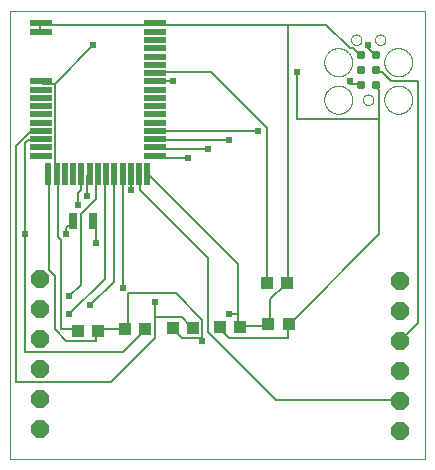
<source format=gtl>
G75*
%MOIN*%
%OFA0B0*%
%FSLAX25Y25*%
%IPPOS*%
%LPD*%
%AMOC8*
5,1,8,0,0,1.08239X$1,22.5*
%
%ADD10C,0.00000*%
%ADD11R,0.04331X0.03937*%
%ADD12OC8,0.06000*%
%ADD13R,0.03937X0.04331*%
%ADD14R,0.07283X0.01969*%
%ADD15R,0.01969X0.07283*%
%ADD16R,0.02756X0.05512*%
%ADD17C,0.03100*%
%ADD18C,0.00600*%
%ADD19C,0.02400*%
D10*
X0004867Y0001000D02*
X0004867Y0150331D01*
X0143095Y0150331D01*
X0143095Y0001000D01*
X0004867Y0001000D01*
X0109483Y0120685D02*
X0109485Y0120822D01*
X0109491Y0120958D01*
X0109501Y0121094D01*
X0109515Y0121230D01*
X0109533Y0121366D01*
X0109555Y0121501D01*
X0109580Y0121635D01*
X0109610Y0121768D01*
X0109644Y0121900D01*
X0109681Y0122032D01*
X0109722Y0122162D01*
X0109768Y0122291D01*
X0109816Y0122419D01*
X0109869Y0122545D01*
X0109925Y0122669D01*
X0109985Y0122792D01*
X0110048Y0122913D01*
X0110115Y0123032D01*
X0110185Y0123149D01*
X0110259Y0123265D01*
X0110336Y0123377D01*
X0110416Y0123488D01*
X0110500Y0123596D01*
X0110587Y0123702D01*
X0110676Y0123805D01*
X0110769Y0123905D01*
X0110864Y0124003D01*
X0110963Y0124098D01*
X0111064Y0124190D01*
X0111168Y0124278D01*
X0111274Y0124364D01*
X0111383Y0124447D01*
X0111494Y0124526D01*
X0111607Y0124603D01*
X0111723Y0124676D01*
X0111840Y0124745D01*
X0111960Y0124811D01*
X0112081Y0124873D01*
X0112205Y0124932D01*
X0112330Y0124988D01*
X0112456Y0125039D01*
X0112584Y0125087D01*
X0112713Y0125131D01*
X0112844Y0125172D01*
X0112976Y0125208D01*
X0113108Y0125241D01*
X0113242Y0125269D01*
X0113376Y0125294D01*
X0113511Y0125315D01*
X0113647Y0125332D01*
X0113783Y0125345D01*
X0113919Y0125354D01*
X0114056Y0125359D01*
X0114192Y0125360D01*
X0114329Y0125357D01*
X0114465Y0125350D01*
X0114601Y0125339D01*
X0114737Y0125324D01*
X0114872Y0125305D01*
X0115007Y0125282D01*
X0115141Y0125255D01*
X0115274Y0125225D01*
X0115406Y0125190D01*
X0115538Y0125152D01*
X0115667Y0125110D01*
X0115796Y0125064D01*
X0115923Y0125014D01*
X0116049Y0124960D01*
X0116173Y0124903D01*
X0116296Y0124843D01*
X0116416Y0124778D01*
X0116535Y0124711D01*
X0116651Y0124640D01*
X0116766Y0124565D01*
X0116878Y0124487D01*
X0116988Y0124406D01*
X0117096Y0124322D01*
X0117201Y0124234D01*
X0117303Y0124144D01*
X0117403Y0124051D01*
X0117500Y0123954D01*
X0117594Y0123855D01*
X0117685Y0123754D01*
X0117773Y0123649D01*
X0117858Y0123542D01*
X0117940Y0123433D01*
X0118019Y0123321D01*
X0118094Y0123207D01*
X0118166Y0123091D01*
X0118235Y0122973D01*
X0118300Y0122853D01*
X0118362Y0122731D01*
X0118420Y0122607D01*
X0118474Y0122482D01*
X0118525Y0122355D01*
X0118571Y0122227D01*
X0118615Y0122097D01*
X0118654Y0121966D01*
X0118690Y0121834D01*
X0118721Y0121701D01*
X0118749Y0121568D01*
X0118773Y0121433D01*
X0118793Y0121298D01*
X0118809Y0121162D01*
X0118821Y0121026D01*
X0118829Y0120890D01*
X0118833Y0120753D01*
X0118833Y0120617D01*
X0118829Y0120480D01*
X0118821Y0120344D01*
X0118809Y0120208D01*
X0118793Y0120072D01*
X0118773Y0119937D01*
X0118749Y0119802D01*
X0118721Y0119669D01*
X0118690Y0119536D01*
X0118654Y0119404D01*
X0118615Y0119273D01*
X0118571Y0119143D01*
X0118525Y0119015D01*
X0118474Y0118888D01*
X0118420Y0118763D01*
X0118362Y0118639D01*
X0118300Y0118517D01*
X0118235Y0118397D01*
X0118166Y0118279D01*
X0118094Y0118163D01*
X0118019Y0118049D01*
X0117940Y0117937D01*
X0117858Y0117828D01*
X0117773Y0117721D01*
X0117685Y0117616D01*
X0117594Y0117515D01*
X0117500Y0117416D01*
X0117403Y0117319D01*
X0117303Y0117226D01*
X0117201Y0117136D01*
X0117096Y0117048D01*
X0116988Y0116964D01*
X0116878Y0116883D01*
X0116766Y0116805D01*
X0116651Y0116730D01*
X0116535Y0116659D01*
X0116416Y0116592D01*
X0116296Y0116527D01*
X0116173Y0116467D01*
X0116049Y0116410D01*
X0115923Y0116356D01*
X0115796Y0116306D01*
X0115667Y0116260D01*
X0115538Y0116218D01*
X0115406Y0116180D01*
X0115274Y0116145D01*
X0115141Y0116115D01*
X0115007Y0116088D01*
X0114872Y0116065D01*
X0114737Y0116046D01*
X0114601Y0116031D01*
X0114465Y0116020D01*
X0114329Y0116013D01*
X0114192Y0116010D01*
X0114056Y0116011D01*
X0113919Y0116016D01*
X0113783Y0116025D01*
X0113647Y0116038D01*
X0113511Y0116055D01*
X0113376Y0116076D01*
X0113242Y0116101D01*
X0113108Y0116129D01*
X0112976Y0116162D01*
X0112844Y0116198D01*
X0112713Y0116239D01*
X0112584Y0116283D01*
X0112456Y0116331D01*
X0112330Y0116382D01*
X0112205Y0116438D01*
X0112081Y0116497D01*
X0111960Y0116559D01*
X0111840Y0116625D01*
X0111723Y0116694D01*
X0111607Y0116767D01*
X0111494Y0116844D01*
X0111383Y0116923D01*
X0111274Y0117006D01*
X0111168Y0117092D01*
X0111064Y0117180D01*
X0110963Y0117272D01*
X0110864Y0117367D01*
X0110769Y0117465D01*
X0110676Y0117565D01*
X0110587Y0117668D01*
X0110500Y0117774D01*
X0110416Y0117882D01*
X0110336Y0117993D01*
X0110259Y0118105D01*
X0110185Y0118221D01*
X0110115Y0118338D01*
X0110048Y0118457D01*
X0109985Y0118578D01*
X0109925Y0118701D01*
X0109869Y0118825D01*
X0109816Y0118951D01*
X0109768Y0119079D01*
X0109722Y0119208D01*
X0109681Y0119338D01*
X0109644Y0119470D01*
X0109610Y0119602D01*
X0109580Y0119735D01*
X0109555Y0119869D01*
X0109533Y0120004D01*
X0109515Y0120140D01*
X0109501Y0120276D01*
X0109491Y0120412D01*
X0109485Y0120548D01*
X0109483Y0120685D01*
X0109483Y0133185D02*
X0109485Y0133322D01*
X0109491Y0133458D01*
X0109501Y0133594D01*
X0109515Y0133730D01*
X0109533Y0133866D01*
X0109555Y0134001D01*
X0109580Y0134135D01*
X0109610Y0134268D01*
X0109644Y0134400D01*
X0109681Y0134532D01*
X0109722Y0134662D01*
X0109768Y0134791D01*
X0109816Y0134919D01*
X0109869Y0135045D01*
X0109925Y0135169D01*
X0109985Y0135292D01*
X0110048Y0135413D01*
X0110115Y0135532D01*
X0110185Y0135649D01*
X0110259Y0135765D01*
X0110336Y0135877D01*
X0110416Y0135988D01*
X0110500Y0136096D01*
X0110587Y0136202D01*
X0110676Y0136305D01*
X0110769Y0136405D01*
X0110864Y0136503D01*
X0110963Y0136598D01*
X0111064Y0136690D01*
X0111168Y0136778D01*
X0111274Y0136864D01*
X0111383Y0136947D01*
X0111494Y0137026D01*
X0111607Y0137103D01*
X0111723Y0137176D01*
X0111840Y0137245D01*
X0111960Y0137311D01*
X0112081Y0137373D01*
X0112205Y0137432D01*
X0112330Y0137488D01*
X0112456Y0137539D01*
X0112584Y0137587D01*
X0112713Y0137631D01*
X0112844Y0137672D01*
X0112976Y0137708D01*
X0113108Y0137741D01*
X0113242Y0137769D01*
X0113376Y0137794D01*
X0113511Y0137815D01*
X0113647Y0137832D01*
X0113783Y0137845D01*
X0113919Y0137854D01*
X0114056Y0137859D01*
X0114192Y0137860D01*
X0114329Y0137857D01*
X0114465Y0137850D01*
X0114601Y0137839D01*
X0114737Y0137824D01*
X0114872Y0137805D01*
X0115007Y0137782D01*
X0115141Y0137755D01*
X0115274Y0137725D01*
X0115406Y0137690D01*
X0115538Y0137652D01*
X0115667Y0137610D01*
X0115796Y0137564D01*
X0115923Y0137514D01*
X0116049Y0137460D01*
X0116173Y0137403D01*
X0116296Y0137343D01*
X0116416Y0137278D01*
X0116535Y0137211D01*
X0116651Y0137140D01*
X0116766Y0137065D01*
X0116878Y0136987D01*
X0116988Y0136906D01*
X0117096Y0136822D01*
X0117201Y0136734D01*
X0117303Y0136644D01*
X0117403Y0136551D01*
X0117500Y0136454D01*
X0117594Y0136355D01*
X0117685Y0136254D01*
X0117773Y0136149D01*
X0117858Y0136042D01*
X0117940Y0135933D01*
X0118019Y0135821D01*
X0118094Y0135707D01*
X0118166Y0135591D01*
X0118235Y0135473D01*
X0118300Y0135353D01*
X0118362Y0135231D01*
X0118420Y0135107D01*
X0118474Y0134982D01*
X0118525Y0134855D01*
X0118571Y0134727D01*
X0118615Y0134597D01*
X0118654Y0134466D01*
X0118690Y0134334D01*
X0118721Y0134201D01*
X0118749Y0134068D01*
X0118773Y0133933D01*
X0118793Y0133798D01*
X0118809Y0133662D01*
X0118821Y0133526D01*
X0118829Y0133390D01*
X0118833Y0133253D01*
X0118833Y0133117D01*
X0118829Y0132980D01*
X0118821Y0132844D01*
X0118809Y0132708D01*
X0118793Y0132572D01*
X0118773Y0132437D01*
X0118749Y0132302D01*
X0118721Y0132169D01*
X0118690Y0132036D01*
X0118654Y0131904D01*
X0118615Y0131773D01*
X0118571Y0131643D01*
X0118525Y0131515D01*
X0118474Y0131388D01*
X0118420Y0131263D01*
X0118362Y0131139D01*
X0118300Y0131017D01*
X0118235Y0130897D01*
X0118166Y0130779D01*
X0118094Y0130663D01*
X0118019Y0130549D01*
X0117940Y0130437D01*
X0117858Y0130328D01*
X0117773Y0130221D01*
X0117685Y0130116D01*
X0117594Y0130015D01*
X0117500Y0129916D01*
X0117403Y0129819D01*
X0117303Y0129726D01*
X0117201Y0129636D01*
X0117096Y0129548D01*
X0116988Y0129464D01*
X0116878Y0129383D01*
X0116766Y0129305D01*
X0116651Y0129230D01*
X0116535Y0129159D01*
X0116416Y0129092D01*
X0116296Y0129027D01*
X0116173Y0128967D01*
X0116049Y0128910D01*
X0115923Y0128856D01*
X0115796Y0128806D01*
X0115667Y0128760D01*
X0115538Y0128718D01*
X0115406Y0128680D01*
X0115274Y0128645D01*
X0115141Y0128615D01*
X0115007Y0128588D01*
X0114872Y0128565D01*
X0114737Y0128546D01*
X0114601Y0128531D01*
X0114465Y0128520D01*
X0114329Y0128513D01*
X0114192Y0128510D01*
X0114056Y0128511D01*
X0113919Y0128516D01*
X0113783Y0128525D01*
X0113647Y0128538D01*
X0113511Y0128555D01*
X0113376Y0128576D01*
X0113242Y0128601D01*
X0113108Y0128629D01*
X0112976Y0128662D01*
X0112844Y0128698D01*
X0112713Y0128739D01*
X0112584Y0128783D01*
X0112456Y0128831D01*
X0112330Y0128882D01*
X0112205Y0128938D01*
X0112081Y0128997D01*
X0111960Y0129059D01*
X0111840Y0129125D01*
X0111723Y0129194D01*
X0111607Y0129267D01*
X0111494Y0129344D01*
X0111383Y0129423D01*
X0111274Y0129506D01*
X0111168Y0129592D01*
X0111064Y0129680D01*
X0110963Y0129772D01*
X0110864Y0129867D01*
X0110769Y0129965D01*
X0110676Y0130065D01*
X0110587Y0130168D01*
X0110500Y0130274D01*
X0110416Y0130382D01*
X0110336Y0130493D01*
X0110259Y0130605D01*
X0110185Y0130721D01*
X0110115Y0130838D01*
X0110048Y0130957D01*
X0109985Y0131078D01*
X0109925Y0131201D01*
X0109869Y0131325D01*
X0109816Y0131451D01*
X0109768Y0131579D01*
X0109722Y0131708D01*
X0109681Y0131838D01*
X0109644Y0131970D01*
X0109610Y0132102D01*
X0109580Y0132235D01*
X0109555Y0132369D01*
X0109533Y0132504D01*
X0109515Y0132640D01*
X0109501Y0132776D01*
X0109491Y0132912D01*
X0109485Y0133048D01*
X0109483Y0133185D01*
X0118408Y0140685D02*
X0118410Y0140768D01*
X0118416Y0140851D01*
X0118426Y0140934D01*
X0118440Y0141016D01*
X0118457Y0141098D01*
X0118479Y0141178D01*
X0118504Y0141257D01*
X0118533Y0141335D01*
X0118566Y0141412D01*
X0118603Y0141487D01*
X0118642Y0141560D01*
X0118686Y0141631D01*
X0118732Y0141700D01*
X0118782Y0141767D01*
X0118835Y0141831D01*
X0118891Y0141893D01*
X0118950Y0141952D01*
X0119012Y0142008D01*
X0119076Y0142061D01*
X0119143Y0142111D01*
X0119212Y0142157D01*
X0119283Y0142201D01*
X0119356Y0142240D01*
X0119431Y0142277D01*
X0119508Y0142310D01*
X0119586Y0142339D01*
X0119665Y0142364D01*
X0119745Y0142386D01*
X0119827Y0142403D01*
X0119909Y0142417D01*
X0119992Y0142427D01*
X0120075Y0142433D01*
X0120158Y0142435D01*
X0120241Y0142433D01*
X0120324Y0142427D01*
X0120407Y0142417D01*
X0120489Y0142403D01*
X0120571Y0142386D01*
X0120651Y0142364D01*
X0120730Y0142339D01*
X0120808Y0142310D01*
X0120885Y0142277D01*
X0120960Y0142240D01*
X0121033Y0142201D01*
X0121104Y0142157D01*
X0121173Y0142111D01*
X0121240Y0142061D01*
X0121304Y0142008D01*
X0121366Y0141952D01*
X0121425Y0141893D01*
X0121481Y0141831D01*
X0121534Y0141767D01*
X0121584Y0141700D01*
X0121630Y0141631D01*
X0121674Y0141560D01*
X0121713Y0141487D01*
X0121750Y0141412D01*
X0121783Y0141335D01*
X0121812Y0141257D01*
X0121837Y0141178D01*
X0121859Y0141098D01*
X0121876Y0141016D01*
X0121890Y0140934D01*
X0121900Y0140851D01*
X0121906Y0140768D01*
X0121908Y0140685D01*
X0121906Y0140602D01*
X0121900Y0140519D01*
X0121890Y0140436D01*
X0121876Y0140354D01*
X0121859Y0140272D01*
X0121837Y0140192D01*
X0121812Y0140113D01*
X0121783Y0140035D01*
X0121750Y0139958D01*
X0121713Y0139883D01*
X0121674Y0139810D01*
X0121630Y0139739D01*
X0121584Y0139670D01*
X0121534Y0139603D01*
X0121481Y0139539D01*
X0121425Y0139477D01*
X0121366Y0139418D01*
X0121304Y0139362D01*
X0121240Y0139309D01*
X0121173Y0139259D01*
X0121104Y0139213D01*
X0121033Y0139169D01*
X0120960Y0139130D01*
X0120885Y0139093D01*
X0120808Y0139060D01*
X0120730Y0139031D01*
X0120651Y0139006D01*
X0120571Y0138984D01*
X0120489Y0138967D01*
X0120407Y0138953D01*
X0120324Y0138943D01*
X0120241Y0138937D01*
X0120158Y0138935D01*
X0120075Y0138937D01*
X0119992Y0138943D01*
X0119909Y0138953D01*
X0119827Y0138967D01*
X0119745Y0138984D01*
X0119665Y0139006D01*
X0119586Y0139031D01*
X0119508Y0139060D01*
X0119431Y0139093D01*
X0119356Y0139130D01*
X0119283Y0139169D01*
X0119212Y0139213D01*
X0119143Y0139259D01*
X0119076Y0139309D01*
X0119012Y0139362D01*
X0118950Y0139418D01*
X0118891Y0139477D01*
X0118835Y0139539D01*
X0118782Y0139603D01*
X0118732Y0139670D01*
X0118686Y0139739D01*
X0118642Y0139810D01*
X0118603Y0139883D01*
X0118566Y0139958D01*
X0118533Y0140035D01*
X0118504Y0140113D01*
X0118479Y0140192D01*
X0118457Y0140272D01*
X0118440Y0140354D01*
X0118426Y0140436D01*
X0118416Y0140519D01*
X0118410Y0140602D01*
X0118408Y0140685D01*
X0126408Y0140685D02*
X0126410Y0140768D01*
X0126416Y0140851D01*
X0126426Y0140934D01*
X0126440Y0141016D01*
X0126457Y0141098D01*
X0126479Y0141178D01*
X0126504Y0141257D01*
X0126533Y0141335D01*
X0126566Y0141412D01*
X0126603Y0141487D01*
X0126642Y0141560D01*
X0126686Y0141631D01*
X0126732Y0141700D01*
X0126782Y0141767D01*
X0126835Y0141831D01*
X0126891Y0141893D01*
X0126950Y0141952D01*
X0127012Y0142008D01*
X0127076Y0142061D01*
X0127143Y0142111D01*
X0127212Y0142157D01*
X0127283Y0142201D01*
X0127356Y0142240D01*
X0127431Y0142277D01*
X0127508Y0142310D01*
X0127586Y0142339D01*
X0127665Y0142364D01*
X0127745Y0142386D01*
X0127827Y0142403D01*
X0127909Y0142417D01*
X0127992Y0142427D01*
X0128075Y0142433D01*
X0128158Y0142435D01*
X0128241Y0142433D01*
X0128324Y0142427D01*
X0128407Y0142417D01*
X0128489Y0142403D01*
X0128571Y0142386D01*
X0128651Y0142364D01*
X0128730Y0142339D01*
X0128808Y0142310D01*
X0128885Y0142277D01*
X0128960Y0142240D01*
X0129033Y0142201D01*
X0129104Y0142157D01*
X0129173Y0142111D01*
X0129240Y0142061D01*
X0129304Y0142008D01*
X0129366Y0141952D01*
X0129425Y0141893D01*
X0129481Y0141831D01*
X0129534Y0141767D01*
X0129584Y0141700D01*
X0129630Y0141631D01*
X0129674Y0141560D01*
X0129713Y0141487D01*
X0129750Y0141412D01*
X0129783Y0141335D01*
X0129812Y0141257D01*
X0129837Y0141178D01*
X0129859Y0141098D01*
X0129876Y0141016D01*
X0129890Y0140934D01*
X0129900Y0140851D01*
X0129906Y0140768D01*
X0129908Y0140685D01*
X0129906Y0140602D01*
X0129900Y0140519D01*
X0129890Y0140436D01*
X0129876Y0140354D01*
X0129859Y0140272D01*
X0129837Y0140192D01*
X0129812Y0140113D01*
X0129783Y0140035D01*
X0129750Y0139958D01*
X0129713Y0139883D01*
X0129674Y0139810D01*
X0129630Y0139739D01*
X0129584Y0139670D01*
X0129534Y0139603D01*
X0129481Y0139539D01*
X0129425Y0139477D01*
X0129366Y0139418D01*
X0129304Y0139362D01*
X0129240Y0139309D01*
X0129173Y0139259D01*
X0129104Y0139213D01*
X0129033Y0139169D01*
X0128960Y0139130D01*
X0128885Y0139093D01*
X0128808Y0139060D01*
X0128730Y0139031D01*
X0128651Y0139006D01*
X0128571Y0138984D01*
X0128489Y0138967D01*
X0128407Y0138953D01*
X0128324Y0138943D01*
X0128241Y0138937D01*
X0128158Y0138935D01*
X0128075Y0138937D01*
X0127992Y0138943D01*
X0127909Y0138953D01*
X0127827Y0138967D01*
X0127745Y0138984D01*
X0127665Y0139006D01*
X0127586Y0139031D01*
X0127508Y0139060D01*
X0127431Y0139093D01*
X0127356Y0139130D01*
X0127283Y0139169D01*
X0127212Y0139213D01*
X0127143Y0139259D01*
X0127076Y0139309D01*
X0127012Y0139362D01*
X0126950Y0139418D01*
X0126891Y0139477D01*
X0126835Y0139539D01*
X0126782Y0139603D01*
X0126732Y0139670D01*
X0126686Y0139739D01*
X0126642Y0139810D01*
X0126603Y0139883D01*
X0126566Y0139958D01*
X0126533Y0140035D01*
X0126504Y0140113D01*
X0126479Y0140192D01*
X0126457Y0140272D01*
X0126440Y0140354D01*
X0126426Y0140436D01*
X0126416Y0140519D01*
X0126410Y0140602D01*
X0126408Y0140685D01*
X0129483Y0133185D02*
X0129485Y0133322D01*
X0129491Y0133458D01*
X0129501Y0133594D01*
X0129515Y0133730D01*
X0129533Y0133866D01*
X0129555Y0134001D01*
X0129580Y0134135D01*
X0129610Y0134268D01*
X0129644Y0134400D01*
X0129681Y0134532D01*
X0129722Y0134662D01*
X0129768Y0134791D01*
X0129816Y0134919D01*
X0129869Y0135045D01*
X0129925Y0135169D01*
X0129985Y0135292D01*
X0130048Y0135413D01*
X0130115Y0135532D01*
X0130185Y0135649D01*
X0130259Y0135765D01*
X0130336Y0135877D01*
X0130416Y0135988D01*
X0130500Y0136096D01*
X0130587Y0136202D01*
X0130676Y0136305D01*
X0130769Y0136405D01*
X0130864Y0136503D01*
X0130963Y0136598D01*
X0131064Y0136690D01*
X0131168Y0136778D01*
X0131274Y0136864D01*
X0131383Y0136947D01*
X0131494Y0137026D01*
X0131607Y0137103D01*
X0131723Y0137176D01*
X0131840Y0137245D01*
X0131960Y0137311D01*
X0132081Y0137373D01*
X0132205Y0137432D01*
X0132330Y0137488D01*
X0132456Y0137539D01*
X0132584Y0137587D01*
X0132713Y0137631D01*
X0132844Y0137672D01*
X0132976Y0137708D01*
X0133108Y0137741D01*
X0133242Y0137769D01*
X0133376Y0137794D01*
X0133511Y0137815D01*
X0133647Y0137832D01*
X0133783Y0137845D01*
X0133919Y0137854D01*
X0134056Y0137859D01*
X0134192Y0137860D01*
X0134329Y0137857D01*
X0134465Y0137850D01*
X0134601Y0137839D01*
X0134737Y0137824D01*
X0134872Y0137805D01*
X0135007Y0137782D01*
X0135141Y0137755D01*
X0135274Y0137725D01*
X0135406Y0137690D01*
X0135538Y0137652D01*
X0135667Y0137610D01*
X0135796Y0137564D01*
X0135923Y0137514D01*
X0136049Y0137460D01*
X0136173Y0137403D01*
X0136296Y0137343D01*
X0136416Y0137278D01*
X0136535Y0137211D01*
X0136651Y0137140D01*
X0136766Y0137065D01*
X0136878Y0136987D01*
X0136988Y0136906D01*
X0137096Y0136822D01*
X0137201Y0136734D01*
X0137303Y0136644D01*
X0137403Y0136551D01*
X0137500Y0136454D01*
X0137594Y0136355D01*
X0137685Y0136254D01*
X0137773Y0136149D01*
X0137858Y0136042D01*
X0137940Y0135933D01*
X0138019Y0135821D01*
X0138094Y0135707D01*
X0138166Y0135591D01*
X0138235Y0135473D01*
X0138300Y0135353D01*
X0138362Y0135231D01*
X0138420Y0135107D01*
X0138474Y0134982D01*
X0138525Y0134855D01*
X0138571Y0134727D01*
X0138615Y0134597D01*
X0138654Y0134466D01*
X0138690Y0134334D01*
X0138721Y0134201D01*
X0138749Y0134068D01*
X0138773Y0133933D01*
X0138793Y0133798D01*
X0138809Y0133662D01*
X0138821Y0133526D01*
X0138829Y0133390D01*
X0138833Y0133253D01*
X0138833Y0133117D01*
X0138829Y0132980D01*
X0138821Y0132844D01*
X0138809Y0132708D01*
X0138793Y0132572D01*
X0138773Y0132437D01*
X0138749Y0132302D01*
X0138721Y0132169D01*
X0138690Y0132036D01*
X0138654Y0131904D01*
X0138615Y0131773D01*
X0138571Y0131643D01*
X0138525Y0131515D01*
X0138474Y0131388D01*
X0138420Y0131263D01*
X0138362Y0131139D01*
X0138300Y0131017D01*
X0138235Y0130897D01*
X0138166Y0130779D01*
X0138094Y0130663D01*
X0138019Y0130549D01*
X0137940Y0130437D01*
X0137858Y0130328D01*
X0137773Y0130221D01*
X0137685Y0130116D01*
X0137594Y0130015D01*
X0137500Y0129916D01*
X0137403Y0129819D01*
X0137303Y0129726D01*
X0137201Y0129636D01*
X0137096Y0129548D01*
X0136988Y0129464D01*
X0136878Y0129383D01*
X0136766Y0129305D01*
X0136651Y0129230D01*
X0136535Y0129159D01*
X0136416Y0129092D01*
X0136296Y0129027D01*
X0136173Y0128967D01*
X0136049Y0128910D01*
X0135923Y0128856D01*
X0135796Y0128806D01*
X0135667Y0128760D01*
X0135538Y0128718D01*
X0135406Y0128680D01*
X0135274Y0128645D01*
X0135141Y0128615D01*
X0135007Y0128588D01*
X0134872Y0128565D01*
X0134737Y0128546D01*
X0134601Y0128531D01*
X0134465Y0128520D01*
X0134329Y0128513D01*
X0134192Y0128510D01*
X0134056Y0128511D01*
X0133919Y0128516D01*
X0133783Y0128525D01*
X0133647Y0128538D01*
X0133511Y0128555D01*
X0133376Y0128576D01*
X0133242Y0128601D01*
X0133108Y0128629D01*
X0132976Y0128662D01*
X0132844Y0128698D01*
X0132713Y0128739D01*
X0132584Y0128783D01*
X0132456Y0128831D01*
X0132330Y0128882D01*
X0132205Y0128938D01*
X0132081Y0128997D01*
X0131960Y0129059D01*
X0131840Y0129125D01*
X0131723Y0129194D01*
X0131607Y0129267D01*
X0131494Y0129344D01*
X0131383Y0129423D01*
X0131274Y0129506D01*
X0131168Y0129592D01*
X0131064Y0129680D01*
X0130963Y0129772D01*
X0130864Y0129867D01*
X0130769Y0129965D01*
X0130676Y0130065D01*
X0130587Y0130168D01*
X0130500Y0130274D01*
X0130416Y0130382D01*
X0130336Y0130493D01*
X0130259Y0130605D01*
X0130185Y0130721D01*
X0130115Y0130838D01*
X0130048Y0130957D01*
X0129985Y0131078D01*
X0129925Y0131201D01*
X0129869Y0131325D01*
X0129816Y0131451D01*
X0129768Y0131579D01*
X0129722Y0131708D01*
X0129681Y0131838D01*
X0129644Y0131970D01*
X0129610Y0132102D01*
X0129580Y0132235D01*
X0129555Y0132369D01*
X0129533Y0132504D01*
X0129515Y0132640D01*
X0129501Y0132776D01*
X0129491Y0132912D01*
X0129485Y0133048D01*
X0129483Y0133185D01*
X0129483Y0120685D02*
X0129485Y0120822D01*
X0129491Y0120958D01*
X0129501Y0121094D01*
X0129515Y0121230D01*
X0129533Y0121366D01*
X0129555Y0121501D01*
X0129580Y0121635D01*
X0129610Y0121768D01*
X0129644Y0121900D01*
X0129681Y0122032D01*
X0129722Y0122162D01*
X0129768Y0122291D01*
X0129816Y0122419D01*
X0129869Y0122545D01*
X0129925Y0122669D01*
X0129985Y0122792D01*
X0130048Y0122913D01*
X0130115Y0123032D01*
X0130185Y0123149D01*
X0130259Y0123265D01*
X0130336Y0123377D01*
X0130416Y0123488D01*
X0130500Y0123596D01*
X0130587Y0123702D01*
X0130676Y0123805D01*
X0130769Y0123905D01*
X0130864Y0124003D01*
X0130963Y0124098D01*
X0131064Y0124190D01*
X0131168Y0124278D01*
X0131274Y0124364D01*
X0131383Y0124447D01*
X0131494Y0124526D01*
X0131607Y0124603D01*
X0131723Y0124676D01*
X0131840Y0124745D01*
X0131960Y0124811D01*
X0132081Y0124873D01*
X0132205Y0124932D01*
X0132330Y0124988D01*
X0132456Y0125039D01*
X0132584Y0125087D01*
X0132713Y0125131D01*
X0132844Y0125172D01*
X0132976Y0125208D01*
X0133108Y0125241D01*
X0133242Y0125269D01*
X0133376Y0125294D01*
X0133511Y0125315D01*
X0133647Y0125332D01*
X0133783Y0125345D01*
X0133919Y0125354D01*
X0134056Y0125359D01*
X0134192Y0125360D01*
X0134329Y0125357D01*
X0134465Y0125350D01*
X0134601Y0125339D01*
X0134737Y0125324D01*
X0134872Y0125305D01*
X0135007Y0125282D01*
X0135141Y0125255D01*
X0135274Y0125225D01*
X0135406Y0125190D01*
X0135538Y0125152D01*
X0135667Y0125110D01*
X0135796Y0125064D01*
X0135923Y0125014D01*
X0136049Y0124960D01*
X0136173Y0124903D01*
X0136296Y0124843D01*
X0136416Y0124778D01*
X0136535Y0124711D01*
X0136651Y0124640D01*
X0136766Y0124565D01*
X0136878Y0124487D01*
X0136988Y0124406D01*
X0137096Y0124322D01*
X0137201Y0124234D01*
X0137303Y0124144D01*
X0137403Y0124051D01*
X0137500Y0123954D01*
X0137594Y0123855D01*
X0137685Y0123754D01*
X0137773Y0123649D01*
X0137858Y0123542D01*
X0137940Y0123433D01*
X0138019Y0123321D01*
X0138094Y0123207D01*
X0138166Y0123091D01*
X0138235Y0122973D01*
X0138300Y0122853D01*
X0138362Y0122731D01*
X0138420Y0122607D01*
X0138474Y0122482D01*
X0138525Y0122355D01*
X0138571Y0122227D01*
X0138615Y0122097D01*
X0138654Y0121966D01*
X0138690Y0121834D01*
X0138721Y0121701D01*
X0138749Y0121568D01*
X0138773Y0121433D01*
X0138793Y0121298D01*
X0138809Y0121162D01*
X0138821Y0121026D01*
X0138829Y0120890D01*
X0138833Y0120753D01*
X0138833Y0120617D01*
X0138829Y0120480D01*
X0138821Y0120344D01*
X0138809Y0120208D01*
X0138793Y0120072D01*
X0138773Y0119937D01*
X0138749Y0119802D01*
X0138721Y0119669D01*
X0138690Y0119536D01*
X0138654Y0119404D01*
X0138615Y0119273D01*
X0138571Y0119143D01*
X0138525Y0119015D01*
X0138474Y0118888D01*
X0138420Y0118763D01*
X0138362Y0118639D01*
X0138300Y0118517D01*
X0138235Y0118397D01*
X0138166Y0118279D01*
X0138094Y0118163D01*
X0138019Y0118049D01*
X0137940Y0117937D01*
X0137858Y0117828D01*
X0137773Y0117721D01*
X0137685Y0117616D01*
X0137594Y0117515D01*
X0137500Y0117416D01*
X0137403Y0117319D01*
X0137303Y0117226D01*
X0137201Y0117136D01*
X0137096Y0117048D01*
X0136988Y0116964D01*
X0136878Y0116883D01*
X0136766Y0116805D01*
X0136651Y0116730D01*
X0136535Y0116659D01*
X0136416Y0116592D01*
X0136296Y0116527D01*
X0136173Y0116467D01*
X0136049Y0116410D01*
X0135923Y0116356D01*
X0135796Y0116306D01*
X0135667Y0116260D01*
X0135538Y0116218D01*
X0135406Y0116180D01*
X0135274Y0116145D01*
X0135141Y0116115D01*
X0135007Y0116088D01*
X0134872Y0116065D01*
X0134737Y0116046D01*
X0134601Y0116031D01*
X0134465Y0116020D01*
X0134329Y0116013D01*
X0134192Y0116010D01*
X0134056Y0116011D01*
X0133919Y0116016D01*
X0133783Y0116025D01*
X0133647Y0116038D01*
X0133511Y0116055D01*
X0133376Y0116076D01*
X0133242Y0116101D01*
X0133108Y0116129D01*
X0132976Y0116162D01*
X0132844Y0116198D01*
X0132713Y0116239D01*
X0132584Y0116283D01*
X0132456Y0116331D01*
X0132330Y0116382D01*
X0132205Y0116438D01*
X0132081Y0116497D01*
X0131960Y0116559D01*
X0131840Y0116625D01*
X0131723Y0116694D01*
X0131607Y0116767D01*
X0131494Y0116844D01*
X0131383Y0116923D01*
X0131274Y0117006D01*
X0131168Y0117092D01*
X0131064Y0117180D01*
X0130963Y0117272D01*
X0130864Y0117367D01*
X0130769Y0117465D01*
X0130676Y0117565D01*
X0130587Y0117668D01*
X0130500Y0117774D01*
X0130416Y0117882D01*
X0130336Y0117993D01*
X0130259Y0118105D01*
X0130185Y0118221D01*
X0130115Y0118338D01*
X0130048Y0118457D01*
X0129985Y0118578D01*
X0129925Y0118701D01*
X0129869Y0118825D01*
X0129816Y0118951D01*
X0129768Y0119079D01*
X0129722Y0119208D01*
X0129681Y0119338D01*
X0129644Y0119470D01*
X0129610Y0119602D01*
X0129580Y0119735D01*
X0129555Y0119869D01*
X0129533Y0120004D01*
X0129515Y0120140D01*
X0129501Y0120276D01*
X0129491Y0120412D01*
X0129485Y0120548D01*
X0129483Y0120685D01*
X0122408Y0120685D02*
X0122410Y0120768D01*
X0122416Y0120851D01*
X0122426Y0120934D01*
X0122440Y0121016D01*
X0122457Y0121098D01*
X0122479Y0121178D01*
X0122504Y0121257D01*
X0122533Y0121335D01*
X0122566Y0121412D01*
X0122603Y0121487D01*
X0122642Y0121560D01*
X0122686Y0121631D01*
X0122732Y0121700D01*
X0122782Y0121767D01*
X0122835Y0121831D01*
X0122891Y0121893D01*
X0122950Y0121952D01*
X0123012Y0122008D01*
X0123076Y0122061D01*
X0123143Y0122111D01*
X0123212Y0122157D01*
X0123283Y0122201D01*
X0123356Y0122240D01*
X0123431Y0122277D01*
X0123508Y0122310D01*
X0123586Y0122339D01*
X0123665Y0122364D01*
X0123745Y0122386D01*
X0123827Y0122403D01*
X0123909Y0122417D01*
X0123992Y0122427D01*
X0124075Y0122433D01*
X0124158Y0122435D01*
X0124241Y0122433D01*
X0124324Y0122427D01*
X0124407Y0122417D01*
X0124489Y0122403D01*
X0124571Y0122386D01*
X0124651Y0122364D01*
X0124730Y0122339D01*
X0124808Y0122310D01*
X0124885Y0122277D01*
X0124960Y0122240D01*
X0125033Y0122201D01*
X0125104Y0122157D01*
X0125173Y0122111D01*
X0125240Y0122061D01*
X0125304Y0122008D01*
X0125366Y0121952D01*
X0125425Y0121893D01*
X0125481Y0121831D01*
X0125534Y0121767D01*
X0125584Y0121700D01*
X0125630Y0121631D01*
X0125674Y0121560D01*
X0125713Y0121487D01*
X0125750Y0121412D01*
X0125783Y0121335D01*
X0125812Y0121257D01*
X0125837Y0121178D01*
X0125859Y0121098D01*
X0125876Y0121016D01*
X0125890Y0120934D01*
X0125900Y0120851D01*
X0125906Y0120768D01*
X0125908Y0120685D01*
X0125906Y0120602D01*
X0125900Y0120519D01*
X0125890Y0120436D01*
X0125876Y0120354D01*
X0125859Y0120272D01*
X0125837Y0120192D01*
X0125812Y0120113D01*
X0125783Y0120035D01*
X0125750Y0119958D01*
X0125713Y0119883D01*
X0125674Y0119810D01*
X0125630Y0119739D01*
X0125584Y0119670D01*
X0125534Y0119603D01*
X0125481Y0119539D01*
X0125425Y0119477D01*
X0125366Y0119418D01*
X0125304Y0119362D01*
X0125240Y0119309D01*
X0125173Y0119259D01*
X0125104Y0119213D01*
X0125033Y0119169D01*
X0124960Y0119130D01*
X0124885Y0119093D01*
X0124808Y0119060D01*
X0124730Y0119031D01*
X0124651Y0119006D01*
X0124571Y0118984D01*
X0124489Y0118967D01*
X0124407Y0118953D01*
X0124324Y0118943D01*
X0124241Y0118937D01*
X0124158Y0118935D01*
X0124075Y0118937D01*
X0123992Y0118943D01*
X0123909Y0118953D01*
X0123827Y0118967D01*
X0123745Y0118984D01*
X0123665Y0119006D01*
X0123586Y0119031D01*
X0123508Y0119060D01*
X0123431Y0119093D01*
X0123356Y0119130D01*
X0123283Y0119169D01*
X0123212Y0119213D01*
X0123143Y0119259D01*
X0123076Y0119309D01*
X0123012Y0119362D01*
X0122950Y0119418D01*
X0122891Y0119477D01*
X0122835Y0119539D01*
X0122782Y0119603D01*
X0122732Y0119670D01*
X0122686Y0119739D01*
X0122642Y0119810D01*
X0122603Y0119883D01*
X0122566Y0119958D01*
X0122533Y0120035D01*
X0122504Y0120113D01*
X0122479Y0120192D01*
X0122457Y0120272D01*
X0122440Y0120354D01*
X0122426Y0120436D01*
X0122416Y0120519D01*
X0122410Y0120602D01*
X0122408Y0120685D01*
D11*
X0097583Y0045882D03*
X0090890Y0045882D03*
X0081402Y0044937D03*
X0074709Y0044937D03*
X0065654Y0044504D03*
X0058961Y0044504D03*
X0049906Y0044189D03*
X0043213Y0044189D03*
X0034158Y0043559D03*
X0027465Y0043559D03*
D12*
X0014867Y0041000D03*
X0014867Y0031000D03*
X0014867Y0021000D03*
X0014867Y0011000D03*
X0014867Y0051000D03*
X0014867Y0061000D03*
X0134788Y0060213D03*
X0134788Y0050213D03*
X0134788Y0040213D03*
X0134788Y0030213D03*
X0134788Y0020213D03*
X0134788Y0010213D03*
D13*
X0097150Y0059622D03*
X0090457Y0059622D03*
D14*
X0053174Y0102024D03*
X0053174Y0104780D03*
X0053174Y0107535D03*
X0053174Y0110291D03*
X0053174Y0113047D03*
X0053174Y0115803D03*
X0053174Y0118559D03*
X0053174Y0121315D03*
X0053174Y0124071D03*
X0053174Y0126827D03*
X0053174Y0129583D03*
X0053174Y0132339D03*
X0053174Y0135094D03*
X0053174Y0137850D03*
X0053174Y0140606D03*
X0053174Y0143362D03*
X0053174Y0146118D03*
X0014985Y0146118D03*
X0014985Y0143362D03*
X0014985Y0126827D03*
X0014985Y0124071D03*
X0014985Y0121315D03*
X0014985Y0118559D03*
X0014985Y0115803D03*
X0014985Y0113047D03*
X0014985Y0110291D03*
X0014985Y0107535D03*
X0014985Y0104780D03*
X0014985Y0102024D03*
D15*
X0017504Y0096079D03*
X0020260Y0096079D03*
X0023016Y0096079D03*
X0025772Y0096079D03*
X0028528Y0096079D03*
X0031284Y0096079D03*
X0034040Y0096079D03*
X0036796Y0096079D03*
X0039552Y0096079D03*
X0042308Y0096079D03*
X0045064Y0096079D03*
X0047819Y0096079D03*
X0050575Y0096079D03*
D16*
X0032465Y0080370D03*
X0025772Y0080370D03*
D17*
X0121658Y0125685D03*
X0126658Y0125685D03*
X0126658Y0130685D03*
X0121658Y0130685D03*
X0121658Y0135685D03*
X0126658Y0135685D03*
D18*
X0125930Y0135843D01*
X0123961Y0137811D01*
X0123961Y0138795D01*
X0121658Y0135685D02*
X0121008Y0135843D01*
X0119040Y0137811D01*
X0118056Y0137811D01*
X0110182Y0145685D01*
X0097386Y0145685D01*
X0097386Y0060055D01*
X0097150Y0059622D01*
X0096402Y0059071D01*
X0091481Y0054150D01*
X0091481Y0046276D01*
X0090890Y0045882D01*
X0090497Y0045291D01*
X0081638Y0045291D01*
X0081402Y0044937D01*
X0080654Y0045291D01*
X0080654Y0049228D01*
X0077701Y0049228D01*
X0080654Y0049228D02*
X0080654Y0065961D01*
X0051127Y0095488D01*
X0050575Y0096079D01*
X0048174Y0095488D02*
X0047819Y0096079D01*
X0048174Y0095488D02*
X0048174Y0090567D01*
X0070812Y0067929D01*
X0070812Y0043323D01*
X0093449Y0020685D01*
X0134788Y0020685D01*
X0134788Y0020213D01*
X0134788Y0040213D02*
X0134788Y0040370D01*
X0140693Y0046276D01*
X0140693Y0126984D01*
X0131835Y0126984D01*
X0128882Y0129937D01*
X0126914Y0129937D01*
X0126658Y0130685D01*
X0126658Y0125685D02*
X0126914Y0125016D01*
X0127898Y0124031D01*
X0127898Y0114189D01*
X0100339Y0114189D01*
X0100339Y0129937D01*
X0097386Y0145685D02*
X0054079Y0145685D01*
X0053174Y0146118D01*
X0053095Y0145685D01*
X0015693Y0145685D01*
X0014985Y0146118D01*
X0014709Y0145685D01*
X0014709Y0143717D01*
X0014985Y0143362D01*
X0014985Y0126827D02*
X0015693Y0126000D01*
X0019630Y0126000D01*
X0032426Y0138795D01*
X0019630Y0126000D02*
X0019630Y0096472D01*
X0020260Y0096079D01*
X0020615Y0095488D01*
X0020615Y0074819D01*
X0021599Y0073835D01*
X0021599Y0044307D01*
X0026520Y0044307D01*
X0027465Y0043559D01*
X0023567Y0040370D02*
X0033410Y0040370D01*
X0033410Y0043323D01*
X0034158Y0043559D01*
X0034394Y0044307D01*
X0042268Y0044307D01*
X0043213Y0044189D01*
X0043252Y0044307D01*
X0044237Y0045291D01*
X0044237Y0056118D01*
X0059985Y0056118D01*
X0068843Y0047260D01*
X0068843Y0041354D01*
X0068843Y0040370D01*
X0068843Y0041354D02*
X0061953Y0041354D01*
X0059001Y0044307D01*
X0058961Y0044504D01*
X0061953Y0048244D02*
X0053095Y0048244D01*
X0053095Y0053165D01*
X0053095Y0048244D02*
X0053095Y0041354D01*
X0038331Y0026591D01*
X0006835Y0026591D01*
X0006835Y0105331D01*
X0011756Y0110252D01*
X0014709Y0110252D01*
X0014985Y0110291D01*
X0014985Y0107535D02*
X0014709Y0107299D01*
X0010772Y0107299D01*
X0009788Y0106315D01*
X0009788Y0075803D01*
X0009788Y0036433D01*
X0042268Y0036433D01*
X0049158Y0043323D01*
X0049906Y0044189D01*
X0061953Y0048244D02*
X0064906Y0045291D01*
X0065654Y0044504D01*
X0074709Y0044937D02*
X0074749Y0044307D01*
X0077701Y0041354D01*
X0097386Y0041354D01*
X0097386Y0045291D01*
X0097583Y0045882D01*
X0098371Y0046276D01*
X0127898Y0075803D01*
X0127898Y0114189D01*
X0121658Y0125685D02*
X0121008Y0126000D01*
X0118056Y0126000D01*
X0118056Y0126984D01*
X0090497Y0111236D02*
X0071796Y0129937D01*
X0054079Y0129937D01*
X0053174Y0129583D01*
X0054079Y0126984D02*
X0053174Y0126827D01*
X0054079Y0126984D02*
X0059001Y0126984D01*
X0054079Y0110252D02*
X0053174Y0110291D01*
X0054079Y0110252D02*
X0087544Y0110252D01*
X0090497Y0111236D02*
X0090497Y0060055D01*
X0090457Y0059622D01*
X0063922Y0101394D02*
X0054079Y0101394D01*
X0053174Y0102024D01*
X0054079Y0104346D02*
X0053174Y0104780D01*
X0054079Y0104346D02*
X0070812Y0104346D01*
X0077701Y0107299D02*
X0054079Y0107299D01*
X0053174Y0107535D01*
X0045064Y0096079D02*
X0045221Y0095488D01*
X0045221Y0090567D01*
X0042268Y0095488D02*
X0042308Y0096079D01*
X0042268Y0095488D02*
X0042268Y0058087D01*
X0039315Y0060055D02*
X0031441Y0052181D01*
X0024552Y0049228D02*
X0036363Y0061039D01*
X0036363Y0095488D01*
X0036796Y0096079D01*
X0039315Y0095488D02*
X0039552Y0096079D01*
X0039315Y0095488D02*
X0039315Y0060055D01*
X0028489Y0059071D02*
X0024552Y0055134D01*
X0028489Y0059071D02*
X0028489Y0082693D01*
X0033410Y0087614D01*
X0033410Y0095488D01*
X0034040Y0096079D01*
X0031284Y0096079D02*
X0030457Y0095488D01*
X0030457Y0088598D01*
X0028489Y0090567D02*
X0027504Y0089583D01*
X0027504Y0085646D01*
X0028489Y0090567D02*
X0028489Y0095488D01*
X0028528Y0096079D01*
X0017662Y0095488D02*
X0017504Y0096079D01*
X0017662Y0095488D02*
X0017662Y0063992D01*
X0019630Y0062024D01*
X0019630Y0044307D01*
X0023567Y0040370D01*
X0033410Y0072850D02*
X0033410Y0079740D01*
X0032465Y0080370D01*
X0025772Y0080370D02*
X0025536Y0079740D01*
X0023567Y0077772D01*
X0023567Y0075803D01*
D19*
X0023567Y0075803D03*
X0027504Y0085646D03*
X0030457Y0088598D03*
X0045221Y0090567D03*
X0033410Y0072850D03*
X0042268Y0058087D03*
X0053095Y0053165D03*
X0068843Y0040370D03*
X0077701Y0049228D03*
X0063922Y0101394D03*
X0070812Y0104346D03*
X0077701Y0107299D03*
X0087544Y0110252D03*
X0100339Y0129937D03*
X0118056Y0126984D03*
X0123961Y0138795D03*
X0059001Y0126984D03*
X0032426Y0138795D03*
X0009788Y0075803D03*
X0024552Y0055134D03*
X0024552Y0049228D03*
X0031441Y0052181D03*
M02*

</source>
